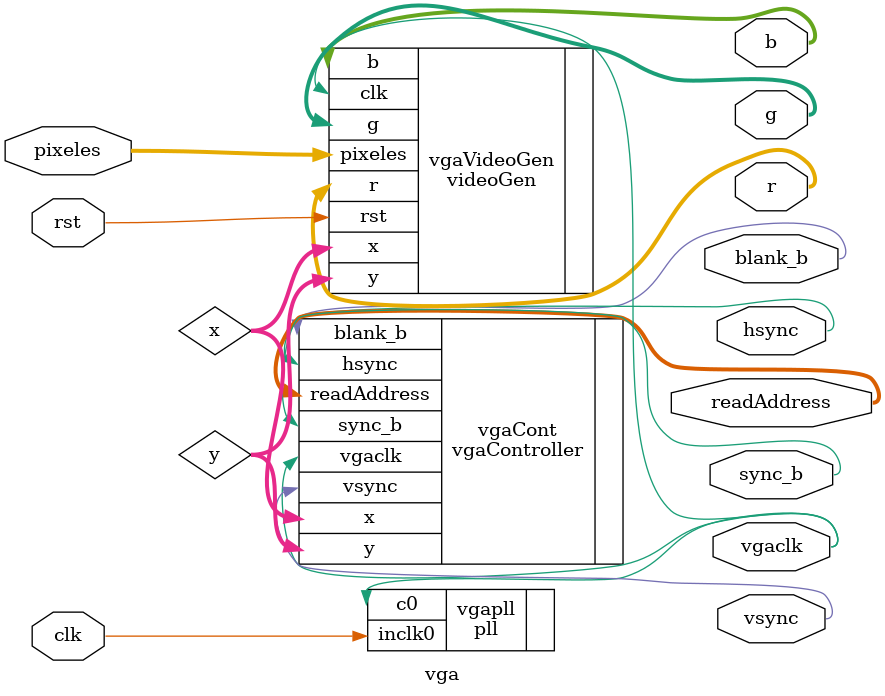
<source format=sv>
module vga(
	input clk, rst,
	input logic [7:0] pixeles,
	output logic vgaclk,
	output logic hsync, vsync,
	output logic sync_b, blank_b,
	output reg [15:0] readAddress,
	output logic [7:0] r, g, b
);
	logic [9:0] x, y;


	
	pll vgapll(
		.inclk0(clk),
		.c0(vgaclk)
	);
	
	vgaController vgaCont(
		.vgaclk(vgaclk),
		.readAddress(readAddress),
		.hsync(hsync),
		.vsync(vsync),
		.sync_b(sync_b),
		.blank_b(blank_b),
		.x(x),
		.y(y)
	);	
	
	
	videoGen vgaVideoGen(
		.clk(vgaclk),
		.rst(rst),
		.pixeles(pixeles),
		.x(x),
		.y(y),
		.r(r),
		.g(g),
		.b(b)
	);

endmodule
</source>
